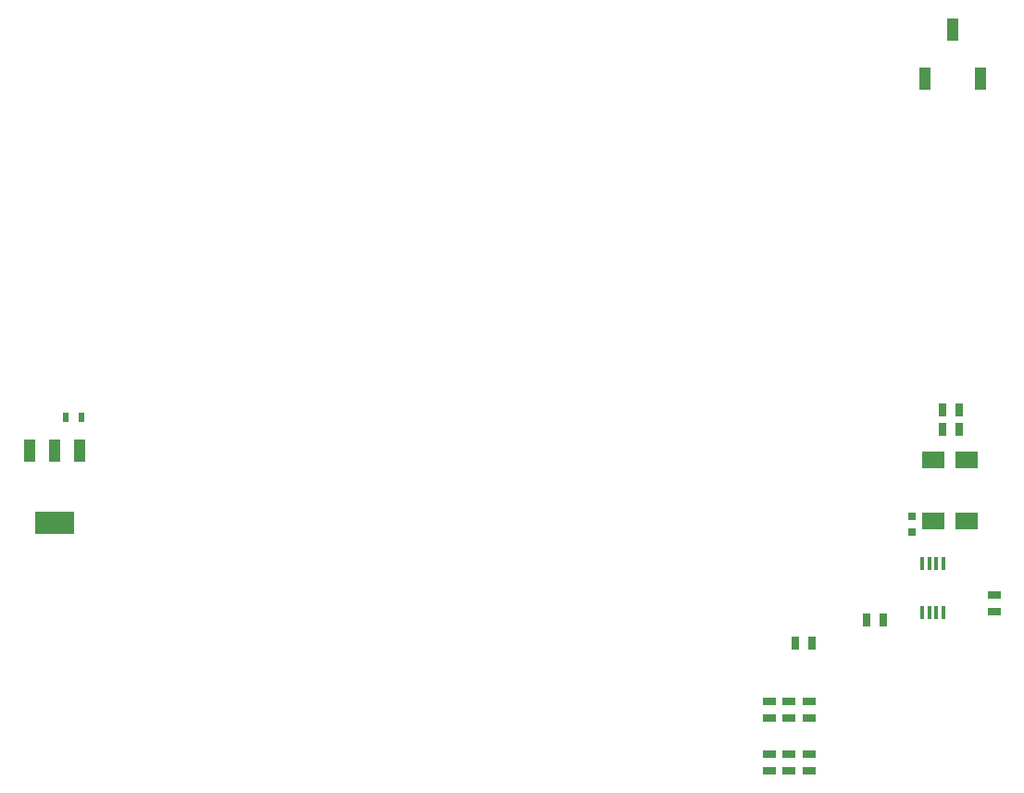
<source format=gtp>
G04 #@! TF.FileFunction,Paste,Top*
%FSLAX46Y46*%
G04 Gerber Fmt 4.6, Leading zero omitted, Abs format (unit mm)*
G04 Created by KiCad (PCBNEW 4.0.6) date 11/02/17 20:58:10*
%MOMM*%
%LPD*%
G01*
G04 APERTURE LIST*
%ADD10C,0.150000*%
%ADD11R,0.750000X0.800000*%
%ADD12R,2.000000X1.500000*%
%ADD13R,2.000000X1.524000*%
%ADD14R,3.657600X2.032000*%
%ADD15R,1.016000X2.032000*%
%ADD16R,0.500000X0.900000*%
%ADD17R,0.635000X1.143000*%
%ADD18R,1.143000X0.635000*%
%ADD19R,0.406400X1.270000*%
%ADD20R,1.000760X1.998980*%
G04 APERTURE END LIST*
D10*
D11*
X113157000Y-121297000D03*
X113157000Y-122797000D03*
D12*
X118160800Y-121793000D03*
X115112800Y-121793000D03*
D13*
X118160800Y-116205000D03*
X115112800Y-116205000D03*
D14*
X34785300Y-121894600D03*
D15*
X34785300Y-115290600D03*
X32499300Y-115290600D03*
X37071300Y-115290600D03*
D16*
X35737100Y-112293400D03*
X37237100Y-112293400D03*
D17*
X115951000Y-113411000D03*
X117475000Y-113411000D03*
X110490000Y-130810000D03*
X108966000Y-130810000D03*
D18*
X120650000Y-128524000D03*
X120650000Y-130048000D03*
D17*
X117475000Y-111633000D03*
X115951000Y-111633000D03*
D19*
X116039900Y-125666500D03*
X115392200Y-125666500D03*
X114731800Y-125666500D03*
X114084100Y-125666500D03*
X114084100Y-130111500D03*
X114731800Y-130111500D03*
X115392200Y-130111500D03*
X116039900Y-130111500D03*
D18*
X101904800Y-138252200D03*
X101904800Y-139776200D03*
D17*
X102489000Y-132969000D03*
X104013000Y-132969000D03*
D18*
X100126800Y-138252200D03*
X100126800Y-139776200D03*
X103784400Y-139776200D03*
X103784400Y-138252200D03*
X103784400Y-144602200D03*
X103784400Y-143078200D03*
X100126800Y-143078200D03*
X100126800Y-144602200D03*
X101904800Y-143078200D03*
X101904800Y-144602200D03*
D20*
X116840000Y-76835000D03*
X114300000Y-81280000D03*
X119380000Y-81280000D03*
M02*

</source>
